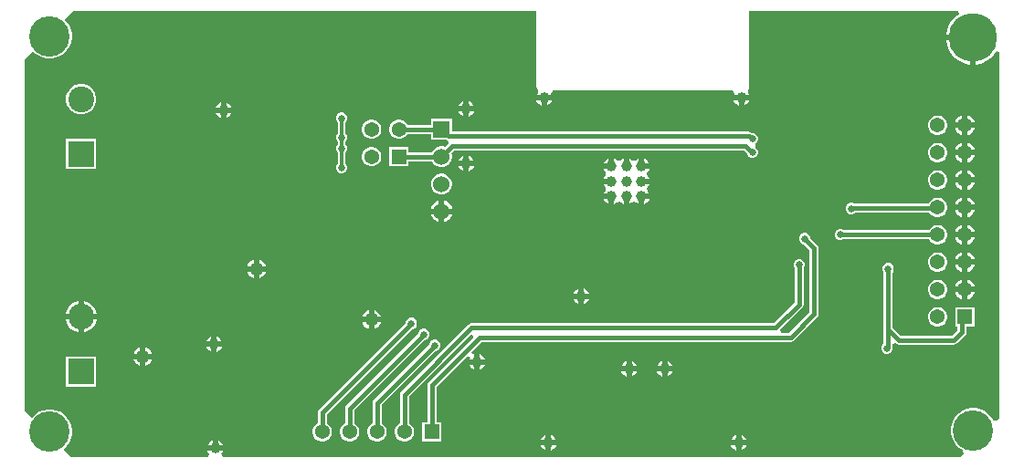
<source format=gbl>
G04*
G04 #@! TF.GenerationSoftware,Altium Limited,Altium Designer,25.4.2 (15)*
G04*
G04 Layer_Physical_Order=2*
G04 Layer_Color=16711680*
%FSLAX44Y44*%
%MOMM*%
G71*
G04*
G04 #@! TF.SameCoordinates,8EE26F3C-D7A1-4C18-BBE8-6C97D16B18D0*
G04*
G04*
G04 #@! TF.FilePolarity,Positive*
G04*
G01*
G75*
%ADD12C,0.3000*%
%ADD80C,0.4000*%
%ADD81R,1.3700X1.3700*%
%ADD82C,1.3700*%
%ADD83R,1.3700X1.3700*%
%ADD84C,1.5300*%
%ADD85R,1.5300X1.5300*%
%ADD86C,2.4000*%
%ADD87R,2.4000X2.4000*%
%ADD88C,3.7500*%
%ADD89C,4.5000*%
%ADD90C,1.0000*%
%ADD91C,1.2700*%
%ADD92C,0.6500*%
G36*
X869945Y414056D02*
X866688Y411880D01*
X863200Y408392D01*
X860460Y404291D01*
X858572Y399734D01*
X857656Y395130D01*
X882650D01*
Y392430D01*
X885350D01*
Y367436D01*
X889954Y368352D01*
X894511Y370240D01*
X898612Y372980D01*
X902100Y376468D01*
X904276Y379725D01*
X907276Y378815D01*
Y39866D01*
X904160Y36750D01*
X901365Y37306D01*
X900997Y37830D01*
X898768Y41167D01*
X895877Y44058D01*
X892479Y46328D01*
X888702Y47893D01*
X884694Y48690D01*
X880606D01*
X876598Y47893D01*
X872821Y46328D01*
X869423Y44058D01*
X866532Y41167D01*
X864262Y37769D01*
X862697Y33993D01*
X861900Y29984D01*
Y25896D01*
X862697Y21888D01*
X864262Y18111D01*
X866532Y14713D01*
X869423Y11822D01*
X872760Y9592D01*
X873284Y9225D01*
X873840Y6430D01*
X870724Y3314D01*
X187129D01*
X185887Y6314D01*
X186374Y6800D01*
X187366Y8520D01*
X187423Y8730D01*
X173258D01*
X173314Y8520D01*
X174307Y6800D01*
X174793Y6314D01*
X173550Y3314D01*
X46216D01*
X39815Y9715D01*
X39897Y10552D01*
X42788Y13443D01*
X45058Y16841D01*
X46623Y20617D01*
X47420Y24626D01*
Y28714D01*
X46623Y32722D01*
X45058Y36499D01*
X42788Y39897D01*
X39897Y42788D01*
X36499Y45058D01*
X32722Y46623D01*
X28714Y47420D01*
X24626D01*
X20617Y46623D01*
X16841Y45058D01*
X13443Y42788D01*
X10552Y39897D01*
X9715Y39815D01*
X3314Y46216D01*
Y371614D01*
X11363Y379663D01*
X13443Y377582D01*
X16841Y375312D01*
X20617Y373747D01*
X24626Y372950D01*
X28714D01*
X32722Y373747D01*
X36499Y375312D01*
X39897Y377582D01*
X42788Y380473D01*
X45058Y383871D01*
X46623Y387648D01*
X47420Y391656D01*
Y395744D01*
X46623Y399753D01*
X45058Y403529D01*
X42788Y406927D01*
X40708Y409007D01*
X48756Y417056D01*
X478016D01*
Y346710D01*
X478269Y345442D01*
X478987Y344367D01*
X479104Y341246D01*
X479012Y341017D01*
X478114Y339460D01*
X478058Y339250D01*
X492223D01*
X492166Y339460D01*
X491626Y340396D01*
X492551Y342687D01*
X493200Y343396D01*
X659960D01*
X660609Y342687D01*
X661534Y340396D01*
X660994Y339460D01*
X660938Y339250D01*
X675102D01*
X675046Y339460D01*
X674148Y341017D01*
X674056Y341246D01*
X674173Y344367D01*
X674891Y345442D01*
X675144Y346710D01*
Y417056D01*
X869035D01*
X869945Y414056D01*
D02*
G37*
%LPC*%
G36*
X879950Y389730D02*
X857656D01*
X858572Y385126D01*
X860460Y380569D01*
X863200Y376468D01*
X866688Y372980D01*
X870789Y370240D01*
X875346Y368352D01*
X879950Y367436D01*
Y389730D01*
D02*
G37*
G36*
X675102Y333850D02*
X670720D01*
Y329468D01*
X670930Y329524D01*
X672650Y330517D01*
X674053Y331920D01*
X675046Y333640D01*
X675102Y333850D01*
D02*
G37*
G36*
X665320D02*
X660938D01*
X660994Y333640D01*
X661986Y331920D01*
X663390Y330517D01*
X665110Y329524D01*
X665320Y329468D01*
Y333850D01*
D02*
G37*
G36*
X492223D02*
X487840D01*
Y329468D01*
X488050Y329524D01*
X489770Y330517D01*
X491174Y331920D01*
X492166Y333640D01*
X492223Y333850D01*
D02*
G37*
G36*
X482440D02*
X478058D01*
X478114Y333640D01*
X479106Y331920D01*
X480510Y330517D01*
X482230Y329524D01*
X482440Y329468D01*
Y333850D01*
D02*
G37*
G36*
X415450Y333473D02*
Y329090D01*
X419832D01*
X419776Y329300D01*
X418783Y331020D01*
X417380Y332424D01*
X415660Y333416D01*
X415450Y333473D01*
D02*
G37*
G36*
X410050D02*
X409840Y333416D01*
X408120Y332424D01*
X406716Y331020D01*
X405724Y329300D01*
X405667Y329090D01*
X410050D01*
Y333473D01*
D02*
G37*
G36*
X190660Y332202D02*
Y327820D01*
X195042D01*
X194986Y328030D01*
X193993Y329750D01*
X192590Y331153D01*
X190870Y332146D01*
X190660Y332202D01*
D02*
G37*
G36*
X185260D02*
X185050Y332146D01*
X183330Y331153D01*
X181926Y329750D01*
X180934Y328030D01*
X180877Y327820D01*
X185260D01*
Y332202D01*
D02*
G37*
G36*
X57723Y349280D02*
X54037D01*
X50476Y348326D01*
X47284Y346483D01*
X44677Y343876D01*
X42834Y340684D01*
X41880Y337123D01*
Y333437D01*
X42834Y329876D01*
X44677Y326684D01*
X47284Y324077D01*
X50476Y322234D01*
X54037Y321280D01*
X57723D01*
X61284Y322234D01*
X64476Y324077D01*
X67083Y326684D01*
X68926Y329876D01*
X69880Y333437D01*
Y337123D01*
X68926Y340684D01*
X67083Y343876D01*
X64476Y346483D01*
X61284Y348326D01*
X57723Y349280D01*
D02*
G37*
G36*
X419832Y323690D02*
X415450D01*
Y319307D01*
X415660Y319364D01*
X417380Y320356D01*
X418783Y321760D01*
X419776Y323480D01*
X419832Y323690D01*
D02*
G37*
G36*
X410050D02*
X405667D01*
X405724Y323480D01*
X406716Y321760D01*
X408120Y320356D01*
X409840Y319364D01*
X410050Y319307D01*
Y323690D01*
D02*
G37*
G36*
X195042Y322420D02*
X190660D01*
Y318037D01*
X190870Y318094D01*
X192590Y319086D01*
X193993Y320490D01*
X194986Y322210D01*
X195042Y322420D01*
D02*
G37*
G36*
X185260D02*
X180877D01*
X180934Y322210D01*
X181926Y320490D01*
X183330Y319086D01*
X185050Y318094D01*
X185260Y318037D01*
Y322420D01*
D02*
G37*
G36*
X877730Y320148D02*
Y313850D01*
X884028D01*
X883780Y314774D01*
X882544Y316916D01*
X880796Y318664D01*
X878654Y319900D01*
X877730Y320148D01*
D02*
G37*
G36*
X872330D02*
X871406Y319900D01*
X869264Y318664D01*
X867516Y316916D01*
X866280Y314774D01*
X866032Y313850D01*
X872330D01*
Y320148D01*
D02*
G37*
G36*
X399540Y316990D02*
X380240D01*
Y311418D01*
X358385D01*
X357602Y312774D01*
X355954Y314422D01*
X353936Y315587D01*
X351685Y316190D01*
X349355D01*
X347104Y315587D01*
X345086Y314422D01*
X343438Y312774D01*
X342273Y310756D01*
X341670Y308505D01*
Y306175D01*
X342273Y303924D01*
X343438Y301906D01*
X345086Y300258D01*
X347104Y299093D01*
X349355Y298490D01*
X351685D01*
X353936Y299093D01*
X355954Y300258D01*
X357602Y301906D01*
X358385Y303262D01*
X380240D01*
Y297690D01*
X394078D01*
X394479Y297422D01*
X395347Y297250D01*
X395407Y297174D01*
X396193Y295300D01*
X396294Y294112D01*
X393220Y291038D01*
X391161Y291590D01*
X388619D01*
X386165Y290932D01*
X383965Y289662D01*
X382168Y287865D01*
X381102Y286018D01*
X359370D01*
Y290790D01*
X341670D01*
Y273090D01*
X359370D01*
Y277862D01*
X381102D01*
X382168Y276015D01*
X383965Y274218D01*
X386165Y272948D01*
X388619Y272290D01*
X391161D01*
X393615Y272948D01*
X395815Y274218D01*
X397612Y276015D01*
X398882Y278215D01*
X399540Y280669D01*
Y283211D01*
X398988Y285270D01*
X401739Y288022D01*
X669759D01*
X672930Y284851D01*
Y284706D01*
X673729Y282776D01*
X675206Y281299D01*
X677136Y280500D01*
X679224D01*
X681154Y281299D01*
X682631Y282776D01*
X683430Y284706D01*
Y286794D01*
X682631Y288724D01*
X681154Y290201D01*
X680488Y290476D01*
Y293724D01*
X681154Y293999D01*
X682631Y295476D01*
X683430Y297406D01*
Y299494D01*
X682631Y301424D01*
X681154Y302901D01*
X679224Y303700D01*
X677930D01*
X677557Y304074D01*
X676233Y304958D01*
X674673Y305268D01*
X674672Y305268D01*
X399540D01*
Y316990D01*
D02*
G37*
G36*
X850795Y320000D02*
X848465D01*
X846214Y319397D01*
X844196Y318232D01*
X842548Y316584D01*
X841383Y314566D01*
X840780Y312315D01*
Y309985D01*
X841383Y307734D01*
X842548Y305716D01*
X844196Y304068D01*
X846214Y302903D01*
X848465Y302300D01*
X850795D01*
X853046Y302903D01*
X855064Y304068D01*
X856712Y305716D01*
X857877Y307734D01*
X858480Y309985D01*
Y312315D01*
X857877Y314566D01*
X856712Y316584D01*
X855064Y318232D01*
X853046Y319397D01*
X850795Y320000D01*
D02*
G37*
G36*
X884028Y308450D02*
X877730D01*
Y302152D01*
X878654Y302400D01*
X880796Y303636D01*
X882544Y305384D01*
X883780Y307526D01*
X884028Y308450D01*
D02*
G37*
G36*
X872330D02*
X866032D01*
X866280Y307526D01*
X867516Y305384D01*
X869264Y303636D01*
X871406Y302400D01*
X872330Y302152D01*
Y308450D01*
D02*
G37*
G36*
X326285Y316190D02*
X323955D01*
X321704Y315587D01*
X319686Y314422D01*
X318038Y312774D01*
X316873Y310756D01*
X316270Y308505D01*
Y306175D01*
X316873Y303924D01*
X318038Y301906D01*
X319686Y300258D01*
X321704Y299093D01*
X323955Y298490D01*
X326285D01*
X328536Y299093D01*
X330554Y300258D01*
X332202Y301906D01*
X333367Y303924D01*
X333970Y306175D01*
Y308505D01*
X333367Y310756D01*
X332202Y312774D01*
X330554Y314422D01*
X328536Y315587D01*
X326285Y316190D01*
D02*
G37*
G36*
X877730Y294748D02*
Y288450D01*
X884028D01*
X883780Y289374D01*
X882544Y291516D01*
X880796Y293264D01*
X878654Y294500D01*
X877730Y294748D01*
D02*
G37*
G36*
X872330D02*
X871406Y294500D01*
X869264Y293264D01*
X867516Y291516D01*
X866280Y289374D01*
X866032Y288450D01*
X872330D01*
Y294748D01*
D02*
G37*
G36*
X415450Y282673D02*
Y278290D01*
X419832D01*
X419776Y278500D01*
X418783Y280220D01*
X417380Y281623D01*
X415660Y282616D01*
X415450Y282673D01*
D02*
G37*
G36*
X410050D02*
X409840Y282616D01*
X408120Y281623D01*
X406716Y280220D01*
X405724Y278500D01*
X405667Y278290D01*
X410050D01*
Y282673D01*
D02*
G37*
G36*
X572610Y280133D02*
X572400Y280076D01*
X570680Y279083D01*
X570266Y278669D01*
X568325Y278005D01*
X566384Y278669D01*
X565970Y279083D01*
X564250Y280076D01*
X564040Y280133D01*
Y273050D01*
X558640D01*
Y280133D01*
X558430Y280076D01*
X556710Y279083D01*
X556296Y278669D01*
X554355Y278005D01*
X552414Y278669D01*
X552000Y279083D01*
X550280Y280076D01*
X550070Y280133D01*
Y273050D01*
X547370D01*
Y270350D01*
X540288D01*
X540344Y270140D01*
X541337Y268420D01*
X541751Y268006D01*
X542415Y266065D01*
X541751Y264124D01*
X541337Y263710D01*
X540344Y261990D01*
X540288Y261780D01*
X547370D01*
Y256380D01*
X540288D01*
X540344Y256170D01*
X541337Y254450D01*
X541751Y254036D01*
X542415Y252095D01*
X541751Y250154D01*
X541337Y249740D01*
X540344Y248020D01*
X540288Y247810D01*
X547370D01*
Y245110D01*
X550070D01*
Y238027D01*
X550280Y238084D01*
X552000Y239076D01*
X552414Y239491D01*
X554355Y240155D01*
X556296Y239491D01*
X556710Y239076D01*
X558430Y238084D01*
X558640Y238027D01*
Y245110D01*
X564040D01*
Y238027D01*
X564250Y238084D01*
X565970Y239076D01*
X566384Y239491D01*
X568325Y240155D01*
X570266Y239491D01*
X570680Y239076D01*
X572400Y238084D01*
X572610Y238027D01*
Y245110D01*
X575310D01*
Y247810D01*
X582393D01*
X582336Y248020D01*
X581343Y249740D01*
X580929Y250154D01*
X580265Y252095D01*
X580929Y254036D01*
X581343Y254450D01*
X582336Y256170D01*
X582393Y256380D01*
X575310D01*
Y261780D01*
X582393D01*
X582336Y261990D01*
X581343Y263710D01*
X580929Y264124D01*
X580265Y266065D01*
X580929Y268006D01*
X581343Y268420D01*
X582336Y270140D01*
X582393Y270350D01*
X575310D01*
Y273050D01*
X572610D01*
Y280133D01*
D02*
G37*
G36*
X850795Y294600D02*
X848465D01*
X846214Y293997D01*
X844196Y292832D01*
X842548Y291184D01*
X841383Y289166D01*
X840780Y286915D01*
Y284585D01*
X841383Y282334D01*
X842548Y280316D01*
X844196Y278668D01*
X846214Y277503D01*
X848465Y276900D01*
X850795D01*
X853046Y277503D01*
X855064Y278668D01*
X856712Y280316D01*
X857877Y282334D01*
X858480Y284585D01*
Y286915D01*
X857877Y289166D01*
X856712Y291184D01*
X855064Y292832D01*
X853046Y293997D01*
X850795Y294600D01*
D02*
G37*
G36*
X884028Y283050D02*
X877730D01*
Y276752D01*
X878654Y277000D01*
X880796Y278236D01*
X882544Y279984D01*
X883780Y282126D01*
X884028Y283050D01*
D02*
G37*
G36*
X872330D02*
X866032D01*
X866280Y282126D01*
X867516Y279984D01*
X869264Y278236D01*
X871406Y277000D01*
X872330Y276752D01*
Y283050D01*
D02*
G37*
G36*
X578010Y280133D02*
Y275750D01*
X582393D01*
X582336Y275960D01*
X581343Y277680D01*
X579940Y279083D01*
X578220Y280076D01*
X578010Y280133D01*
D02*
G37*
G36*
X544670D02*
X544460Y280076D01*
X542740Y279083D01*
X541337Y277680D01*
X540344Y275960D01*
X540288Y275750D01*
X544670D01*
Y280133D01*
D02*
G37*
G36*
X326285Y290790D02*
X323955D01*
X321704Y290187D01*
X319686Y289022D01*
X318038Y287374D01*
X316873Y285356D01*
X316270Y283105D01*
Y280775D01*
X316873Y278524D01*
X318038Y276506D01*
X319686Y274858D01*
X321704Y273693D01*
X323955Y273090D01*
X326285D01*
X328536Y273693D01*
X330554Y274858D01*
X332202Y276506D01*
X333367Y278524D01*
X333970Y280775D01*
Y283105D01*
X333367Y285356D01*
X332202Y287374D01*
X330554Y289022D01*
X328536Y290187D01*
X326285Y290790D01*
D02*
G37*
G36*
X69880Y298480D02*
X41880D01*
Y270480D01*
X69880D01*
Y298480D01*
D02*
G37*
G36*
X419832Y272890D02*
X415450D01*
Y268507D01*
X415660Y268564D01*
X417380Y269557D01*
X418783Y270960D01*
X419776Y272680D01*
X419832Y272890D01*
D02*
G37*
G36*
X410050D02*
X405667D01*
X405724Y272680D01*
X406716Y270960D01*
X408120Y269557D01*
X409840Y268564D01*
X410050Y268507D01*
Y272890D01*
D02*
G37*
G36*
X298224Y322750D02*
X296136D01*
X294206Y321951D01*
X292729Y320474D01*
X291930Y318544D01*
Y316456D01*
X292729Y314526D01*
X293611Y313644D01*
Y303576D01*
X292729Y302694D01*
X291930Y300764D01*
Y298676D01*
X292729Y296746D01*
X293611Y295864D01*
Y293416D01*
X292729Y292534D01*
X291930Y290604D01*
Y288516D01*
X292729Y286586D01*
X293611Y285704D01*
Y275586D01*
X292729Y274704D01*
X291930Y272774D01*
Y270686D01*
X292729Y268756D01*
X294206Y267279D01*
X296136Y266480D01*
X298224D01*
X300154Y267279D01*
X301631Y268756D01*
X302430Y270686D01*
Y272774D01*
X301631Y274704D01*
X300749Y275586D01*
Y285704D01*
X301631Y286586D01*
X302430Y288516D01*
Y290604D01*
X301631Y292534D01*
X300749Y293416D01*
Y295864D01*
X301631Y296746D01*
X302430Y298676D01*
Y300764D01*
X301631Y302694D01*
X300749Y303576D01*
Y313644D01*
X301631Y314526D01*
X302430Y316456D01*
Y318544D01*
X301631Y320474D01*
X300154Y321951D01*
X298224Y322750D01*
D02*
G37*
G36*
X877730Y269348D02*
Y263050D01*
X884028D01*
X883780Y263974D01*
X882544Y266116D01*
X880796Y267864D01*
X878654Y269100D01*
X877730Y269348D01*
D02*
G37*
G36*
X872330D02*
X871406Y269100D01*
X869264Y267864D01*
X867516Y266116D01*
X866280Y263974D01*
X866032Y263050D01*
X872330D01*
Y269348D01*
D02*
G37*
G36*
X850795Y269200D02*
X848465D01*
X846214Y268597D01*
X844196Y267432D01*
X842548Y265784D01*
X841383Y263766D01*
X840780Y261515D01*
Y259185D01*
X841383Y256934D01*
X842548Y254916D01*
X844196Y253268D01*
X846214Y252103D01*
X848465Y251500D01*
X850795D01*
X853046Y252103D01*
X855064Y253268D01*
X856712Y254916D01*
X857877Y256934D01*
X858480Y259185D01*
Y261515D01*
X857877Y263766D01*
X856712Y265784D01*
X855064Y267432D01*
X853046Y268597D01*
X850795Y269200D01*
D02*
G37*
G36*
X884028Y257650D02*
X877730D01*
Y251352D01*
X878654Y251600D01*
X880796Y252836D01*
X882544Y254584D01*
X883780Y256726D01*
X884028Y257650D01*
D02*
G37*
G36*
X872330D02*
X866032D01*
X866280Y256726D01*
X867516Y254584D01*
X869264Y252836D01*
X871406Y251600D01*
X872330Y251352D01*
Y257650D01*
D02*
G37*
G36*
X391161Y266190D02*
X388619D01*
X386165Y265532D01*
X383965Y264262D01*
X382168Y262465D01*
X380898Y260265D01*
X380240Y257810D01*
Y255270D01*
X380898Y252815D01*
X382168Y250615D01*
X383965Y248818D01*
X386165Y247548D01*
X388619Y246890D01*
X391161D01*
X393615Y247548D01*
X395815Y248818D01*
X397612Y250615D01*
X398882Y252815D01*
X399540Y255270D01*
Y257810D01*
X398882Y260265D01*
X397612Y262465D01*
X395815Y264262D01*
X393615Y265532D01*
X391161Y266190D01*
D02*
G37*
G36*
X850795Y243800D02*
X848465D01*
X846214Y243197D01*
X844196Y242032D01*
X842548Y240384D01*
X841399Y238393D01*
X771960D01*
X770664Y238930D01*
X768576D01*
X766646Y238131D01*
X765169Y236654D01*
X764370Y234724D01*
Y232636D01*
X765169Y230706D01*
X766646Y229229D01*
X768576Y228430D01*
X770664D01*
X772594Y229229D01*
X773601Y230237D01*
X842132D01*
X842548Y229516D01*
X844196Y227868D01*
X846214Y226703D01*
X848465Y226100D01*
X850795D01*
X853046Y226703D01*
X855064Y227868D01*
X856712Y229516D01*
X857877Y231534D01*
X858480Y233785D01*
Y236115D01*
X857877Y238366D01*
X856712Y240384D01*
X855064Y242032D01*
X853046Y243197D01*
X850795Y243800D01*
D02*
G37*
G36*
X582393Y242410D02*
X578010D01*
Y238027D01*
X578220Y238084D01*
X579940Y239076D01*
X581343Y240480D01*
X582336Y242200D01*
X582393Y242410D01*
D02*
G37*
G36*
X544670D02*
X540288D01*
X540344Y242200D01*
X541337Y240480D01*
X542740Y239076D01*
X544460Y238084D01*
X544670Y238027D01*
Y242410D01*
D02*
G37*
G36*
X877730Y243948D02*
Y237650D01*
X884028D01*
X883780Y238574D01*
X882544Y240716D01*
X880796Y242464D01*
X878654Y243700D01*
X877730Y243948D01*
D02*
G37*
G36*
X872330D02*
X871406Y243700D01*
X869264Y242464D01*
X867516Y240716D01*
X866280Y238574D01*
X866032Y237650D01*
X872330D01*
Y243948D01*
D02*
G37*
G36*
X392590Y240966D02*
Y233840D01*
X399716D01*
X399386Y235073D01*
X398044Y237397D01*
X396147Y239294D01*
X393823Y240636D01*
X392590Y240966D01*
D02*
G37*
G36*
X387190D02*
X385957Y240636D01*
X383633Y239294D01*
X381736Y237397D01*
X380394Y235073D01*
X380064Y233840D01*
X387190D01*
Y240966D01*
D02*
G37*
G36*
X884028Y232250D02*
X877730D01*
Y225952D01*
X878654Y226200D01*
X880796Y227436D01*
X882544Y229184D01*
X883780Y231326D01*
X884028Y232250D01*
D02*
G37*
G36*
X872330D02*
X866032D01*
X866280Y231326D01*
X867516Y229184D01*
X869264Y227436D01*
X871406Y226200D01*
X872330Y225952D01*
Y232250D01*
D02*
G37*
G36*
X399716Y228440D02*
X392590D01*
Y221314D01*
X393823Y221644D01*
X396147Y222986D01*
X398044Y224883D01*
X399386Y227207D01*
X399716Y228440D01*
D02*
G37*
G36*
X387190D02*
X380064D01*
X380394Y227207D01*
X381736Y224883D01*
X383633Y222986D01*
X385957Y221644D01*
X387190Y221314D01*
Y228440D01*
D02*
G37*
G36*
X850795Y218400D02*
X848465D01*
X846214Y217797D01*
X844196Y216632D01*
X842548Y214984D01*
X841766Y213628D01*
X762806D01*
X762434Y214001D01*
X760504Y214800D01*
X758416D01*
X756486Y214001D01*
X755009Y212524D01*
X754210Y210594D01*
Y208506D01*
X755009Y206576D01*
X756486Y205099D01*
X758416Y204300D01*
X760504D01*
X762434Y205099D01*
X762806Y205472D01*
X841766D01*
X842548Y204116D01*
X844196Y202468D01*
X846214Y201303D01*
X848465Y200700D01*
X850795D01*
X853046Y201303D01*
X855064Y202468D01*
X856712Y204116D01*
X857877Y206134D01*
X858480Y208385D01*
Y210715D01*
X857877Y212966D01*
X856712Y214984D01*
X855064Y216632D01*
X853046Y217797D01*
X850795Y218400D01*
D02*
G37*
G36*
X877730Y218548D02*
Y212250D01*
X884028D01*
X883780Y213174D01*
X882544Y215316D01*
X880796Y217064D01*
X878654Y218300D01*
X877730Y218548D01*
D02*
G37*
G36*
X872330D02*
X871406Y218300D01*
X869264Y217064D01*
X867516Y215316D01*
X866280Y213174D01*
X866032Y212250D01*
X872330D01*
Y218548D01*
D02*
G37*
G36*
X884028Y206850D02*
X877730D01*
Y200552D01*
X878654Y200800D01*
X880796Y202036D01*
X882544Y203784D01*
X883780Y205926D01*
X884028Y206850D01*
D02*
G37*
G36*
X872330D02*
X866032D01*
X866280Y205926D01*
X867516Y203784D01*
X869264Y202036D01*
X871406Y200800D01*
X872330Y200552D01*
Y206850D01*
D02*
G37*
G36*
X877730Y193148D02*
Y186850D01*
X884028D01*
X883780Y187774D01*
X882544Y189916D01*
X880796Y191664D01*
X878654Y192900D01*
X877730Y193148D01*
D02*
G37*
G36*
X872330D02*
X871406Y192900D01*
X869264Y191664D01*
X867516Y189916D01*
X866280Y187774D01*
X866032Y186850D01*
X872330D01*
Y193148D01*
D02*
G37*
G36*
X221140Y186280D02*
Y180500D01*
X226920D01*
X226724Y181231D01*
X225554Y183259D01*
X223899Y184914D01*
X221871Y186084D01*
X221140Y186280D01*
D02*
G37*
G36*
X215740D02*
X215009Y186084D01*
X212981Y184914D01*
X211326Y183259D01*
X210156Y181231D01*
X209960Y180500D01*
X215740D01*
Y186280D01*
D02*
G37*
G36*
X850795Y193000D02*
X848465D01*
X846214Y192397D01*
X844196Y191232D01*
X842548Y189584D01*
X841383Y187566D01*
X840780Y185315D01*
Y182985D01*
X841383Y180734D01*
X842548Y178716D01*
X844196Y177068D01*
X846214Y175903D01*
X848465Y175300D01*
X850795D01*
X853046Y175903D01*
X855064Y177068D01*
X856712Y178716D01*
X857877Y180734D01*
X858480Y182985D01*
Y185315D01*
X857877Y187566D01*
X856712Y189584D01*
X855064Y191232D01*
X853046Y192397D01*
X850795Y193000D01*
D02*
G37*
G36*
X884028Y181450D02*
X877730D01*
Y175152D01*
X878654Y175400D01*
X880796Y176636D01*
X882544Y178384D01*
X883780Y180526D01*
X884028Y181450D01*
D02*
G37*
G36*
X872330D02*
X866032D01*
X866280Y180526D01*
X867516Y178384D01*
X869264Y176636D01*
X871406Y175400D01*
X872330Y175152D01*
Y181450D01*
D02*
G37*
G36*
X226920Y175100D02*
X221140D01*
Y169320D01*
X221871Y169516D01*
X223899Y170686D01*
X225554Y172341D01*
X226724Y174369D01*
X226920Y175100D01*
D02*
G37*
G36*
X215740D02*
X209960D01*
X210156Y174369D01*
X211326Y172341D01*
X212981Y170686D01*
X215009Y169516D01*
X215740Y169320D01*
Y175100D01*
D02*
G37*
G36*
X877730Y167748D02*
Y161450D01*
X884028D01*
X883780Y162374D01*
X882544Y164516D01*
X880796Y166264D01*
X878654Y167500D01*
X877730Y167748D01*
D02*
G37*
G36*
X872330D02*
X871406Y167500D01*
X869264Y166264D01*
X867516Y164516D01*
X866280Y162374D01*
X866032Y161450D01*
X872330D01*
Y167748D01*
D02*
G37*
G36*
X522130Y159482D02*
Y155100D01*
X526512D01*
X526456Y155310D01*
X525463Y157030D01*
X524060Y158434D01*
X522340Y159426D01*
X522130Y159482D01*
D02*
G37*
G36*
X516730D02*
X516520Y159426D01*
X514800Y158434D01*
X513396Y157030D01*
X512404Y155310D01*
X512347Y155100D01*
X516730D01*
Y159482D01*
D02*
G37*
G36*
X850795Y167600D02*
X848465D01*
X846214Y166997D01*
X844196Y165832D01*
X842548Y164184D01*
X841383Y162166D01*
X840780Y159915D01*
Y157585D01*
X841383Y155334D01*
X842548Y153316D01*
X844196Y151668D01*
X846214Y150503D01*
X848465Y149900D01*
X850795D01*
X853046Y150503D01*
X855064Y151668D01*
X856712Y153316D01*
X857877Y155334D01*
X858480Y157585D01*
Y159915D01*
X857877Y162166D01*
X856712Y164184D01*
X855064Y165832D01*
X853046Y166997D01*
X850795Y167600D01*
D02*
G37*
G36*
X884028Y156050D02*
X877730D01*
Y149752D01*
X878654Y150000D01*
X880796Y151236D01*
X882544Y152984D01*
X883780Y155126D01*
X884028Y156050D01*
D02*
G37*
G36*
X872330D02*
X866032D01*
X866280Y155126D01*
X867516Y152984D01*
X869264Y151236D01*
X871406Y150000D01*
X872330Y149752D01*
Y156050D01*
D02*
G37*
G36*
X526512Y149700D02*
X522130D01*
Y145317D01*
X522340Y145374D01*
X524060Y146367D01*
X525463Y147770D01*
X526456Y149490D01*
X526512Y149700D01*
D02*
G37*
G36*
X516730D02*
X512347D01*
X512404Y149490D01*
X513396Y147770D01*
X514800Y146367D01*
X516520Y145374D01*
X516730Y145317D01*
Y149700D01*
D02*
G37*
G36*
X58580Y147680D02*
Y136050D01*
X70209D01*
X69429Y138962D01*
X67515Y142278D01*
X64808Y144985D01*
X61492Y146899D01*
X58580Y147680D01*
D02*
G37*
G36*
X53180D02*
X50268Y146899D01*
X46952Y144985D01*
X44245Y142278D01*
X42331Y138962D01*
X41550Y136050D01*
X53180D01*
Y147680D01*
D02*
G37*
G36*
X327820Y139290D02*
Y133510D01*
X333600D01*
X333404Y134241D01*
X332234Y136269D01*
X330579Y137924D01*
X328551Y139094D01*
X327820Y139290D01*
D02*
G37*
G36*
X322420D02*
X321689Y139094D01*
X319661Y137924D01*
X318006Y136269D01*
X316836Y134241D01*
X316640Y133510D01*
X322420D01*
Y139290D01*
D02*
G37*
G36*
X850795Y142200D02*
X848465D01*
X846214Y141597D01*
X844196Y140432D01*
X842548Y138784D01*
X841383Y136766D01*
X840780Y134515D01*
Y132185D01*
X841383Y129934D01*
X842548Y127916D01*
X844196Y126268D01*
X846214Y125103D01*
X848465Y124500D01*
X850795D01*
X853046Y125103D01*
X855064Y126268D01*
X856712Y127916D01*
X857877Y129934D01*
X858480Y132185D01*
Y134515D01*
X857877Y136766D01*
X856712Y138784D01*
X855064Y140432D01*
X853046Y141597D01*
X850795Y142200D01*
D02*
G37*
G36*
X333600Y128110D02*
X327820D01*
Y122330D01*
X328551Y122526D01*
X330579Y123696D01*
X332234Y125351D01*
X333404Y127379D01*
X333600Y128110D01*
D02*
G37*
G36*
X322420D02*
X316640D01*
X316836Y127379D01*
X318006Y125351D01*
X319661Y123696D01*
X321689Y122526D01*
X322420Y122330D01*
Y128110D01*
D02*
G37*
G36*
X70209Y130650D02*
X58580D01*
Y119021D01*
X61492Y119801D01*
X64808Y121715D01*
X67515Y124422D01*
X69429Y127738D01*
X70209Y130650D01*
D02*
G37*
G36*
X53180D02*
X41550D01*
X42331Y127738D01*
X44245Y124422D01*
X46952Y121715D01*
X50268Y119801D01*
X53180Y119021D01*
Y130650D01*
D02*
G37*
G36*
X727484Y210990D02*
X725396D01*
X723466Y210191D01*
X721989Y208714D01*
X721190Y206784D01*
Y204696D01*
X721989Y202766D01*
X723466Y201289D01*
X725396Y200490D01*
X725922D01*
X731252Y195161D01*
Y137579D01*
X712051Y118378D01*
X704969D01*
X703726Y121378D01*
X724244Y141896D01*
X724244Y141896D01*
X725128Y143219D01*
X725438Y144780D01*
X725438Y144780D01*
Y178264D01*
X725811Y178636D01*
X726610Y180566D01*
Y182654D01*
X725811Y184584D01*
X724334Y186061D01*
X722404Y186860D01*
X720316D01*
X718386Y186061D01*
X716909Y184584D01*
X716110Y182654D01*
Y180566D01*
X716909Y178636D01*
X717282Y178264D01*
Y146469D01*
X698081Y127268D01*
X417830D01*
X416269Y126958D01*
X414946Y126074D01*
X414946Y126074D01*
X352716Y63844D01*
X351832Y62521D01*
X351522Y60960D01*
X351522Y60960D01*
Y34534D01*
X350166Y33752D01*
X348518Y32104D01*
X347353Y30086D01*
X346750Y27835D01*
Y25505D01*
X347353Y23254D01*
X348518Y21236D01*
X350166Y19588D01*
X352184Y18423D01*
X354435Y17820D01*
X356765D01*
X359016Y18423D01*
X361034Y19588D01*
X362682Y21236D01*
X363847Y23254D01*
X364450Y25505D01*
Y27835D01*
X363847Y30086D01*
X362682Y32104D01*
X361034Y33752D01*
X359678Y34534D01*
Y59271D01*
X417741Y117333D01*
X418351Y117212D01*
X419339Y113956D01*
X378116Y72734D01*
X377232Y71411D01*
X376922Y69850D01*
X376922Y69850D01*
Y35520D01*
X372150D01*
Y17820D01*
X389850D01*
Y35520D01*
X385078D01*
Y68161D01*
X413993Y97075D01*
X416394Y95233D01*
X415884Y94350D01*
X415827Y94140D01*
X420210D01*
Y98523D01*
X420000Y98466D01*
X419117Y97956D01*
X417275Y100357D01*
X427139Y110222D01*
X713740D01*
X713740Y110222D01*
X715301Y110532D01*
X716624Y111416D01*
X738214Y133006D01*
X738214Y133006D01*
X739098Y134329D01*
X739408Y135890D01*
X739408Y135890D01*
Y196850D01*
X739408Y196850D01*
X739098Y198411D01*
X738214Y199734D01*
X738214Y199734D01*
X731690Y206258D01*
Y206784D01*
X730891Y208714D01*
X729414Y210191D01*
X727484Y210990D01*
D02*
G37*
G36*
X181770Y115033D02*
Y110650D01*
X186152D01*
X186096Y110860D01*
X185103Y112580D01*
X183700Y113983D01*
X181980Y114976D01*
X181770Y115033D01*
D02*
G37*
G36*
X176370D02*
X176160Y114976D01*
X174440Y113983D01*
X173036Y112580D01*
X172044Y110860D01*
X171987Y110650D01*
X176370D01*
Y115033D01*
D02*
G37*
G36*
X804954Y183050D02*
X802866D01*
X800936Y182251D01*
X799459Y180774D01*
X798660Y178844D01*
Y176756D01*
X799459Y174826D01*
X799832Y174454D01*
Y121920D01*
X799832Y121920D01*
X799832Y121920D01*
Y108659D01*
X799666Y108591D01*
X798189Y107114D01*
X797390Y105184D01*
Y103096D01*
X798189Y101166D01*
X799666Y99689D01*
X801596Y98890D01*
X803684D01*
X805614Y99689D01*
X807091Y101166D01*
X807890Y103096D01*
Y104916D01*
X807988Y105410D01*
Y108154D01*
X810760Y109302D01*
X811186Y108876D01*
X811186Y108876D01*
X812509Y107992D01*
X814070Y107682D01*
X864870D01*
X864870Y107682D01*
X866431Y107992D01*
X867754Y108876D01*
X875374Y116496D01*
X876258Y117819D01*
X876568Y119380D01*
X876568Y119380D01*
Y124500D01*
X883880D01*
Y142200D01*
X866180D01*
Y124500D01*
X868412D01*
Y121069D01*
X863181Y115838D01*
X815759D01*
X807988Y123609D01*
Y174454D01*
X808361Y174826D01*
X809160Y176756D01*
Y178844D01*
X808361Y180774D01*
X806884Y182251D01*
X804954Y183050D01*
D02*
G37*
G36*
X186152Y105250D02*
X181770D01*
Y100868D01*
X181980Y100924D01*
X183700Y101917D01*
X185103Y103320D01*
X186096Y105040D01*
X186152Y105250D01*
D02*
G37*
G36*
X176370D02*
X171987D01*
X172044Y105040D01*
X173036Y103320D01*
X174440Y101917D01*
X176160Y100924D01*
X176370Y100868D01*
Y105250D01*
D02*
G37*
G36*
X115730Y105000D02*
Y99220D01*
X121510D01*
X121314Y99951D01*
X120144Y101979D01*
X118489Y103634D01*
X116461Y104804D01*
X115730Y105000D01*
D02*
G37*
G36*
X110330D02*
X109599Y104804D01*
X107571Y103634D01*
X105916Y101979D01*
X104746Y99951D01*
X104550Y99220D01*
X110330D01*
Y105000D01*
D02*
G37*
G36*
X425610Y98523D02*
Y94140D01*
X429992D01*
X429936Y94350D01*
X428943Y96070D01*
X427540Y97473D01*
X425820Y98466D01*
X425610Y98523D01*
D02*
G37*
G36*
X121510Y93820D02*
X115730D01*
Y88040D01*
X116461Y88236D01*
X118489Y89406D01*
X120144Y91061D01*
X121314Y93089D01*
X121510Y93820D01*
D02*
G37*
G36*
X110330D02*
X104550D01*
X104746Y93089D01*
X105916Y91061D01*
X107571Y89406D01*
X109599Y88236D01*
X110330Y88040D01*
Y93820D01*
D02*
G37*
G36*
X599600Y92172D02*
Y87790D01*
X603983D01*
X603926Y88000D01*
X602934Y89720D01*
X601530Y91124D01*
X599810Y92116D01*
X599600Y92172D01*
D02*
G37*
G36*
X594200D02*
X593990Y92116D01*
X592270Y91124D01*
X590867Y89720D01*
X589874Y88000D01*
X589818Y87790D01*
X594200D01*
Y92172D01*
D02*
G37*
G36*
X566580D02*
Y87790D01*
X570962D01*
X570906Y88000D01*
X569913Y89720D01*
X568510Y91124D01*
X566790Y92116D01*
X566580Y92172D01*
D02*
G37*
G36*
X561180D02*
X560970Y92116D01*
X559250Y91124D01*
X557846Y89720D01*
X556854Y88000D01*
X556797Y87790D01*
X561180D01*
Y92172D01*
D02*
G37*
G36*
X429992Y88740D02*
X425610D01*
Y84358D01*
X425820Y84414D01*
X427540Y85407D01*
X428943Y86810D01*
X429936Y88530D01*
X429992Y88740D01*
D02*
G37*
G36*
X420210D02*
X415827D01*
X415884Y88530D01*
X416876Y86810D01*
X418280Y85407D01*
X420000Y84414D01*
X420210Y84358D01*
Y88740D01*
D02*
G37*
G36*
X603983Y82390D02*
X599600D01*
Y78007D01*
X599810Y78064D01*
X601530Y79057D01*
X602934Y80460D01*
X603926Y82180D01*
X603983Y82390D01*
D02*
G37*
G36*
X594200D02*
X589818D01*
X589874Y82180D01*
X590867Y80460D01*
X592270Y79057D01*
X593990Y78064D01*
X594200Y78007D01*
Y82390D01*
D02*
G37*
G36*
X570962D02*
X566580D01*
Y78007D01*
X566790Y78064D01*
X568510Y79057D01*
X569913Y80460D01*
X570906Y82180D01*
X570962Y82390D01*
D02*
G37*
G36*
X561180D02*
X556797D01*
X556854Y82180D01*
X557846Y80460D01*
X559250Y79057D01*
X560970Y78064D01*
X561180Y78007D01*
Y82390D01*
D02*
G37*
G36*
X69880Y96550D02*
X41880D01*
Y68550D01*
X69880D01*
Y96550D01*
D02*
G37*
G36*
X668180Y23593D02*
Y19210D01*
X672562D01*
X672506Y19420D01*
X671514Y21140D01*
X670110Y22543D01*
X668390Y23536D01*
X668180Y23593D01*
D02*
G37*
G36*
X662780D02*
X662570Y23536D01*
X660850Y22543D01*
X659446Y21140D01*
X658454Y19420D01*
X658398Y19210D01*
X662780D01*
Y23593D01*
D02*
G37*
G36*
X491650D02*
Y19210D01*
X496032D01*
X495976Y19420D01*
X494983Y21140D01*
X493580Y22543D01*
X491860Y23536D01*
X491650Y23593D01*
D02*
G37*
G36*
X486250D02*
X486040Y23536D01*
X484320Y22543D01*
X482916Y21140D01*
X481924Y19420D01*
X481867Y19210D01*
X486250D01*
Y23593D01*
D02*
G37*
G36*
X384584Y111930D02*
X382496D01*
X380566Y111131D01*
X379089Y109654D01*
X378290Y107724D01*
Y107198D01*
X327316Y56224D01*
X326432Y54901D01*
X326122Y53340D01*
X326122Y53340D01*
Y34534D01*
X324766Y33752D01*
X323118Y32104D01*
X321953Y30086D01*
X321350Y27835D01*
Y25505D01*
X321953Y23254D01*
X323118Y21236D01*
X324766Y19588D01*
X326784Y18423D01*
X329035Y17820D01*
X331365D01*
X333616Y18423D01*
X335634Y19588D01*
X337282Y21236D01*
X338447Y23254D01*
X339050Y25505D01*
Y27835D01*
X338447Y30086D01*
X337282Y32104D01*
X335634Y33752D01*
X334278Y34534D01*
Y51651D01*
X384058Y101430D01*
X384584D01*
X386514Y102229D01*
X387991Y103706D01*
X388790Y105636D01*
Y107724D01*
X387991Y109654D01*
X386514Y111131D01*
X384584Y111930D01*
D02*
G37*
G36*
X374424Y122090D02*
X372336D01*
X370406Y121291D01*
X368929Y119814D01*
X368130Y117884D01*
Y117358D01*
X301916Y51144D01*
X301032Y49821D01*
X300722Y48260D01*
X300722Y48260D01*
Y34534D01*
X299366Y33752D01*
X297718Y32104D01*
X296553Y30086D01*
X295950Y27835D01*
Y25505D01*
X296553Y23254D01*
X297718Y21236D01*
X299366Y19588D01*
X301384Y18423D01*
X303635Y17820D01*
X305965D01*
X308216Y18423D01*
X310234Y19588D01*
X311882Y21236D01*
X313047Y23254D01*
X313650Y25505D01*
Y27835D01*
X313047Y30086D01*
X311882Y32104D01*
X310234Y33752D01*
X308878Y34534D01*
Y46571D01*
X373898Y111590D01*
X374424D01*
X376354Y112389D01*
X377831Y113866D01*
X378630Y115796D01*
Y117884D01*
X377831Y119814D01*
X376354Y121291D01*
X374424Y122090D01*
D02*
G37*
G36*
X362994Y132250D02*
X360906D01*
X358976Y131451D01*
X357499Y129974D01*
X356700Y128044D01*
Y127518D01*
X276516Y47334D01*
X275632Y46011D01*
X275322Y44450D01*
X275322Y44450D01*
Y34534D01*
X273966Y33752D01*
X272318Y32104D01*
X271153Y30086D01*
X270550Y27835D01*
Y25505D01*
X271153Y23254D01*
X272318Y21236D01*
X273966Y19588D01*
X275984Y18423D01*
X278235Y17820D01*
X280565D01*
X282816Y18423D01*
X284834Y19588D01*
X286482Y21236D01*
X287647Y23254D01*
X288250Y25505D01*
Y27835D01*
X287647Y30086D01*
X286482Y32104D01*
X284834Y33752D01*
X283478Y34534D01*
Y42761D01*
X362468Y121750D01*
X362994D01*
X364924Y122549D01*
X366401Y124026D01*
X367200Y125956D01*
Y128044D01*
X366401Y129974D01*
X364924Y131451D01*
X362994Y132250D01*
D02*
G37*
G36*
X183040Y18513D02*
Y14130D01*
X187423D01*
X187366Y14340D01*
X186374Y16060D01*
X184970Y17464D01*
X183250Y18456D01*
X183040Y18513D01*
D02*
G37*
G36*
X177640D02*
X177430Y18456D01*
X175710Y17464D01*
X174307Y16060D01*
X173314Y14340D01*
X173258Y14130D01*
X177640D01*
Y18513D01*
D02*
G37*
G36*
X672562Y13810D02*
X668180D01*
Y9427D01*
X668390Y9484D01*
X670110Y10476D01*
X671514Y11880D01*
X672506Y13600D01*
X672562Y13810D01*
D02*
G37*
G36*
X662780D02*
X658398D01*
X658454Y13600D01*
X659446Y11880D01*
X660850Y10476D01*
X662570Y9484D01*
X662780Y9427D01*
Y13810D01*
D02*
G37*
G36*
X496032D02*
X491650D01*
Y9427D01*
X491860Y9484D01*
X493580Y10476D01*
X494983Y11880D01*
X495976Y13600D01*
X496032Y13810D01*
D02*
G37*
G36*
X486250D02*
X481867D01*
X481924Y13600D01*
X482916Y11880D01*
X484320Y10476D01*
X486040Y9484D01*
X486250Y9427D01*
Y13810D01*
D02*
G37*
%LPD*%
D12*
X297180Y271730D02*
Y317500D01*
D80*
X735330Y135890D02*
Y196850D01*
X425450Y114300D02*
X713740D01*
X735330Y135890D01*
X721360Y144780D02*
Y181610D01*
X417830Y123190D02*
X699770D01*
X721360Y144780D01*
X400050Y292100D02*
X671449D01*
X677798Y285750D02*
X678180D01*
X671449Y292100D02*
X677798Y285750D01*
X389890Y281940D02*
X400050Y292100D01*
X677413Y298450D02*
X678180D01*
X396040Y301190D02*
X674673D01*
X677413Y298450D01*
X389890Y307340D02*
X396040Y301190D01*
X350520Y281940D02*
X389890D01*
X350520Y307340D02*
X389890D01*
X355600Y26670D02*
Y60960D01*
X417830Y123190D01*
X279400Y26670D02*
Y44450D01*
X361950Y127000D01*
X304800Y48260D02*
X373380Y116840D01*
X304800Y26670D02*
Y48260D01*
X330200Y53340D02*
X383540Y106680D01*
X330200Y26670D02*
Y53340D01*
X381000Y26670D02*
Y69850D01*
X425450Y114300D01*
X726440Y205740D02*
X735330Y196850D01*
X803910Y105410D02*
Y121920D01*
Y177800D01*
Y121920D02*
X814070Y111760D01*
X759460Y209550D02*
X849630D01*
X848995Y234315D02*
X849630Y234950D01*
X770255Y234315D02*
X848995D01*
X769620Y233680D02*
X770255Y234315D01*
X814070Y111760D02*
X864870D01*
X872490Y119380D01*
Y130810D01*
X875030Y133350D01*
D81*
X381000Y26670D02*
D03*
D82*
X355600D02*
D03*
X330200D02*
D03*
X304800D02*
D03*
X279400D02*
D03*
X849630Y311150D02*
D03*
X875030D02*
D03*
X849630Y285750D02*
D03*
X875030D02*
D03*
X849630Y260350D02*
D03*
X875030D02*
D03*
X849630Y234950D02*
D03*
X875030D02*
D03*
X849630Y209550D02*
D03*
X875030D02*
D03*
X849630Y184150D02*
D03*
X875030D02*
D03*
X849630Y158750D02*
D03*
X875030D02*
D03*
X849630Y133350D02*
D03*
X325120Y281940D02*
D03*
X350520Y307340D02*
D03*
X325120D02*
D03*
D83*
X875030Y133350D02*
D03*
X350520Y281940D02*
D03*
D84*
X389890Y231140D02*
D03*
Y256540D02*
D03*
Y281940D02*
D03*
D85*
Y307340D02*
D03*
D86*
X55880Y133350D02*
D03*
Y335280D02*
D03*
D87*
Y82550D02*
D03*
Y284480D02*
D03*
D88*
X26670Y26670D02*
D03*
Y393700D02*
D03*
X882650Y27940D02*
D03*
D89*
Y392430D02*
D03*
D90*
X519430Y152400D02*
D03*
X422910Y91440D02*
D03*
X488950Y16510D02*
D03*
X665480D02*
D03*
X668020Y336550D02*
D03*
X485140D02*
D03*
X187960Y325120D02*
D03*
X547370Y245110D02*
D03*
X561340D02*
D03*
X575310D02*
D03*
Y259080D02*
D03*
X561340D02*
D03*
X547370D02*
D03*
X575310Y273050D02*
D03*
X561340D02*
D03*
X547370D02*
D03*
X596900Y85090D02*
D03*
X563880D02*
D03*
X412750Y275590D02*
D03*
Y326390D02*
D03*
X180340Y11430D02*
D03*
X179070Y107950D02*
D03*
D91*
X218440Y177800D02*
D03*
X325120Y130810D02*
D03*
X113030Y96520D02*
D03*
D92*
X802640Y104140D02*
D03*
X678180Y285750D02*
D03*
Y298450D02*
D03*
X297180Y271730D02*
D03*
Y317500D02*
D03*
Y289560D02*
D03*
Y299720D02*
D03*
X721360Y181610D02*
D03*
X383540Y106680D02*
D03*
X726440Y205740D02*
D03*
X803910Y177800D02*
D03*
X361950Y127000D02*
D03*
X373380Y116840D02*
D03*
X759460Y209550D02*
D03*
X769620Y233680D02*
D03*
M02*

</source>
